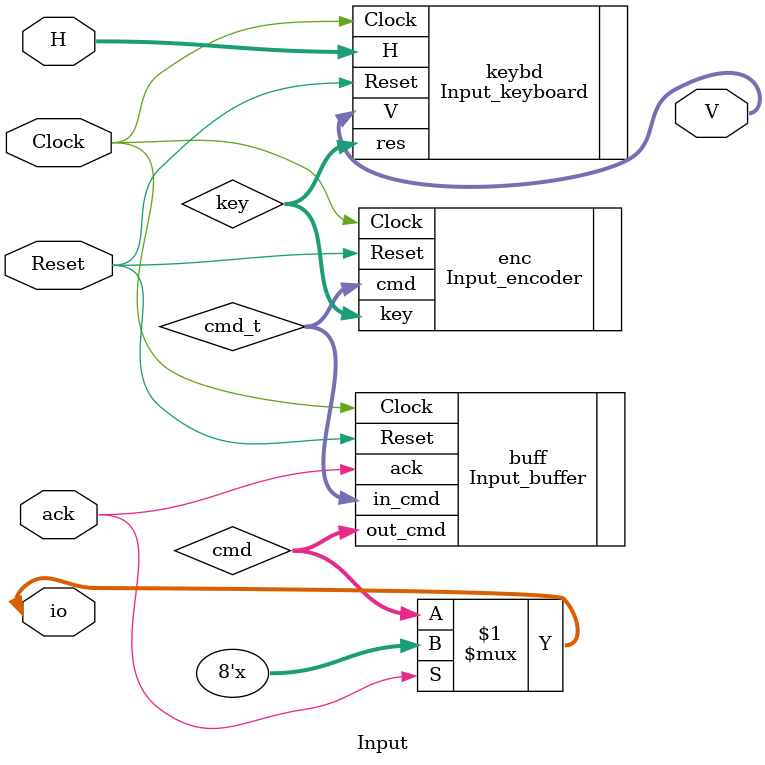
<source format=v>
`default_nettype none
module Input(
   input Clock,
   input Reset,
   input [3:0] H,
   output [3:0] V,
   input ack,
   inout [7:0] io
   );

   wire [15:0] key;
   wire [7:0] cmd, cmd_t;

   assign io = ack ? 8'bz : cmd;

   Input_keyboard keybd(.Clock(Clock), .Reset(Reset),
                        .H(H), .V(V), .res(key));

   Input_encoder enc(.Clock(Clock), .Reset(Reset),
                     .key(key), .cmd(cmd_t));

   Input_buffer buff(.Clock(Clock), .Reset(Reset),
                     .in_cmd(cmd_t),
                     .ack(ack), .out_cmd(cmd));

endmodule

</source>
